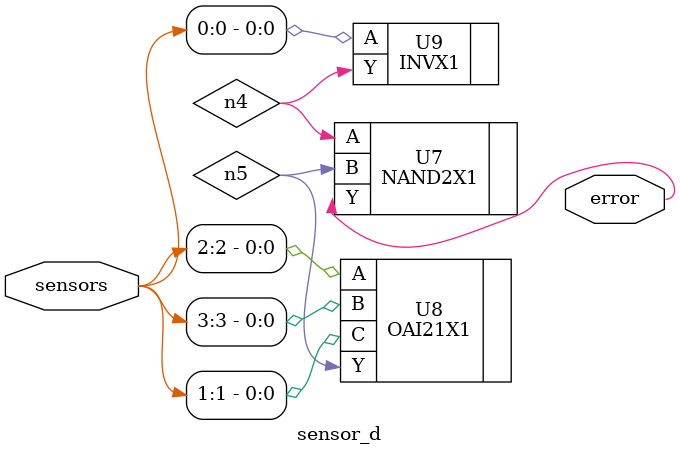
<source format=v>


module sensor_d ( sensors, error );
  input [3:0] sensors;
  output error;
  wire   n4, n5;

  NAND2X1 U7 ( .A(n4), .B(n5), .Y(error) );
  OAI21X1 U8 ( .A(sensors[2]), .B(sensors[3]), .C(sensors[1]), .Y(n5) );
  INVX1 U9 ( .A(sensors[0]), .Y(n4) );
endmodule


</source>
